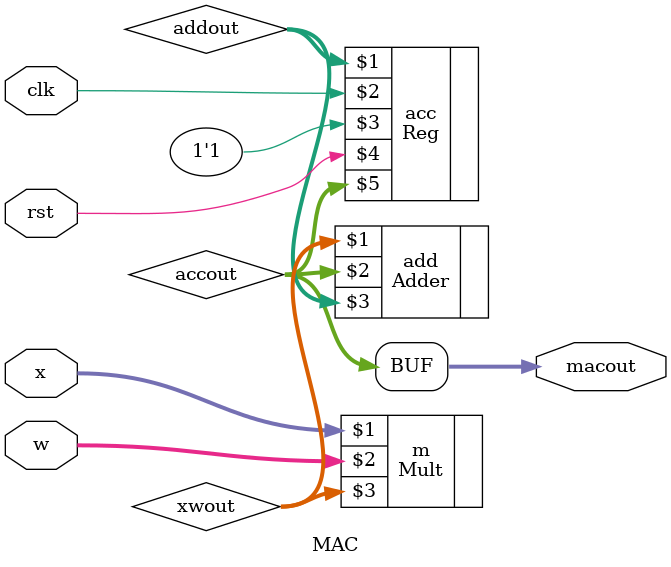
<source format=v>
module MAC#(parameter N = 1024)(clk,rst, x, w, macout);
  input clk,rst;
  input signed [7:0] w, x;
  output signed [N + 7 : 0] macout;
  
  wire [7:0] xwout;
  wire [N+7 : 0] addout,accout;
  Reg #(N+8) acc(addout,clk, 1'b1, rst,accout);
  Mult m(x, w, xwout);
  Adder #(N)add(xwout, accout, addout);
  
  assign macout = accout;
endmodule

</source>
